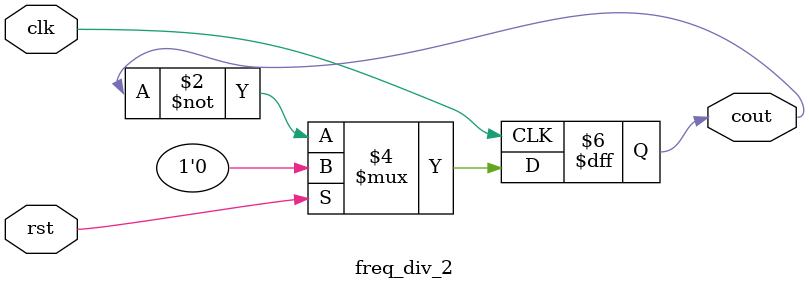
<source format=v>
module freq_div_2(clk, rst, cout);
  input clk,rst;
  output reg cout;
  always@(posedge clk)
    begin
      if(rst)
        cout <= 1'b0;
      else
        cout <= ~cout;
    end
endmodule

</source>
